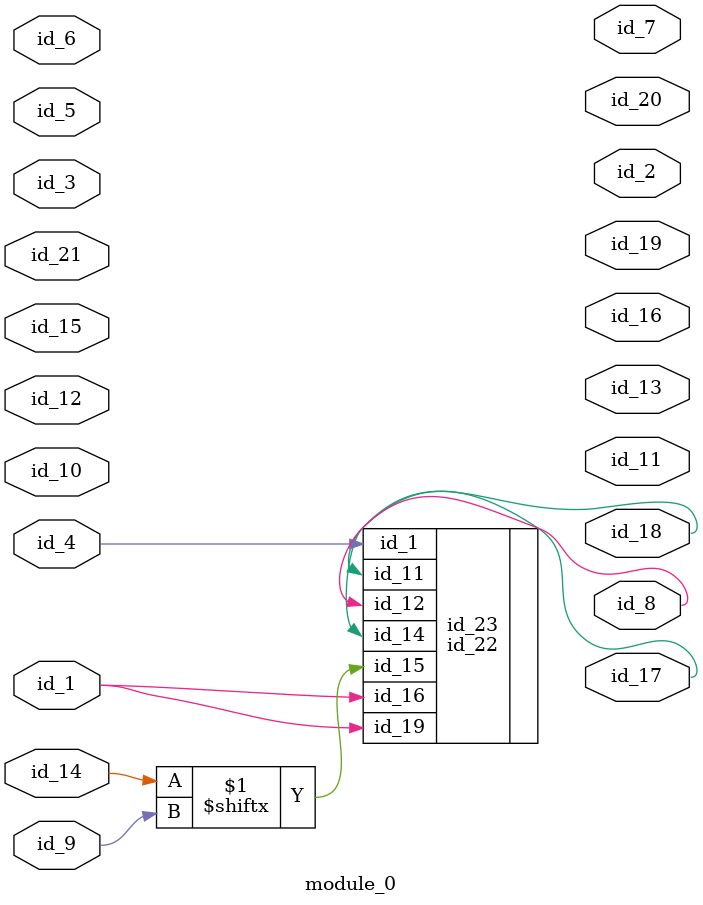
<source format=v>
module module_0 (
    id_1,
    id_2,
    id_3,
    id_4,
    id_5,
    id_6,
    id_7,
    id_8,
    id_9,
    id_10,
    id_11,
    id_12,
    id_13,
    id_14,
    id_15,
    id_16,
    id_17,
    id_18,
    id_19,
    id_20,
    id_21
);
  input id_21;
  output id_20;
  output id_19;
  output id_18;
  output id_17;
  output id_16;
  input id_15;
  input id_14;
  output id_13;
  input id_12;
  output id_11;
  input id_10;
  input id_9;
  output id_8;
  output id_7;
  input id_6;
  input id_5;
  input id_4;
  input id_3;
  output id_2;
  input id_1;
  id_22 id_23 (
      .id_14(id_17),
      .id_11(id_18),
      .id_16(id_1),
      .id_19(id_1),
      .id_1 (id_4),
      .id_12(id_8),
      .id_15(id_13),
      .id_15(id_14[id_9])
  );
endmodule

</source>
